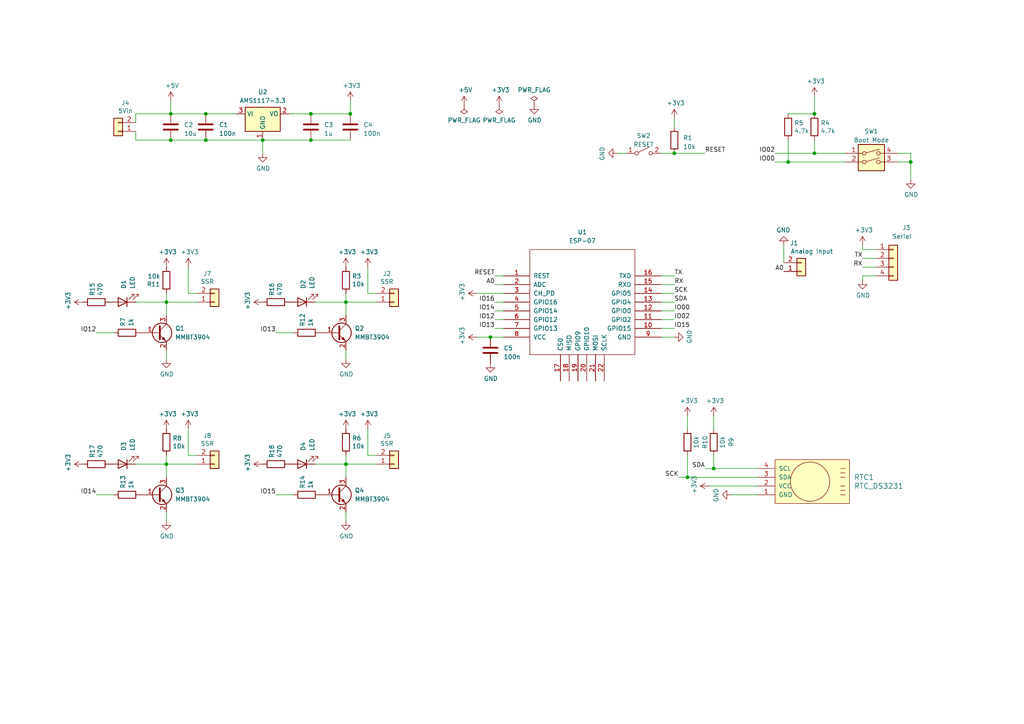
<source format=kicad_sch>
(kicad_sch (version 20231120) (generator "eeschema") (generator_version "8.0")
  (paper "A4")
  (lib_symbols
    (symbol "Connector_Generic:Conn_01x02" (pin_names (offset 1.016) hide)
      (property "Reference" "J" (at 0 2.54 0))
      (property "Value" "Conn_01x02" (at 0 -5.08 0))
      (symbol "Conn_01x02_1_1"
        (rectangle (start -1.27 -2.413) (end 0 -2.667) (stroke (width 0.1524)))
        (rectangle (start -1.27 0.127) (end 0 -0.127) (stroke (width 0.1524)))
        (rectangle (start -1.27 1.27) (end 1.27 -3.81) (stroke (width 0.254)) (fill (type background)))
        (pin passive line (at -5.08 0 0) (length 3.81) (name "Pin_1") (number "1"))
        (pin passive line (at -5.08 -2.54 0) (length 3.81) (name "Pin_2") (number "2"))
      )
    )
    (symbol "Connector_Generic:Conn_01x04" (pin_names (offset 1.016) hide)
      (property "Reference" "J" (at 0 5.08 0))
      (property "Value" "Conn_01x04" (at 0 -7.62 0))
      (symbol "Conn_01x04_1_1"
        (rectangle (start -1.27 -4.953) (end 0 -5.207) (stroke (width 0.1524)))
        (rectangle (start -1.27 -2.413) (end 0 -2.667) (stroke (width 0.1524)))
        (rectangle (start -1.27 0.127) (end 0 -0.127) (stroke (width 0.1524)))
        (rectangle (start -1.27 2.667) (end 0 2.413) (stroke (width 0.1524)))
        (rectangle (start -1.27 3.81) (end 1.27 -6.35) (stroke (width 0.254)) (fill (type background)))
        (pin passive line (at -5.08 2.54 0) (length 3.81) (name "Pin_1") (number "1"))
        (pin passive line (at -5.08 0 0) (length 3.81) (name "Pin_2") (number "2"))
        (pin passive line (at -5.08 -2.54 0) (length 3.81) (name "Pin_3") (number "3"))
        (pin passive line (at -5.08 -5.08 0) (length 3.81) (name "Pin_4") (number "4"))
      )
    )
    (symbol "Device:C" (pin_numbers hide) (pin_names (offset 0.254))
      (property "Reference" "C" (at 0.635 2.54 0))
      (property "Value" "C" (at 0.635 -2.54 0))
      (symbol "C_0_1"
        (polyline (pts (xy -2.032 -0.762) (xy 2.032 -0.762)) (stroke (width 0.508)))
        (polyline (pts (xy -2.032 0.762) (xy 2.032 0.762)) (stroke (width 0.508)))
      )
      (symbol "C_1_1"
        (pin passive line (at 0 3.81 270) (length 2.794) (name "~") (number "1"))
        (pin passive line (at 0 -3.81 90) (length 2.794) (name "~") (number "2"))
      )
    )
    (symbol "Device:LED" (pin_numbers hide) (pin_names (offset 1.016) hide)
      (property "Reference" "D" (at 0 2.54 0))
      (property "Value" "LED" (at 0 -2.54 0))
      (symbol "LED_0_1"
        (polyline (pts (xy -1.27 -1.27) (xy -1.27 1.27)) (stroke (width 0.254)))
        (polyline (pts (xy -1.27 0) (xy 1.27 0)))
        (polyline (pts (xy 1.27 -1.27) (xy 1.27 1.27) (xy -1.27 0) (xy 1.27 -1.27)) (stroke (width 0.254)))
        (polyline (pts (xy -3.048 -0.762) (xy -4.572 -2.286) (xy -3.81 -2.286) (xy -4.572 -2.286) (xy -4.572 -1.524)))
        (polyline (pts (xy -1.778 -0.762) (xy -3.302 -2.286) (xy -2.54 -2.286) (xy -3.302 -2.286) (xy -3.302 -1.524)))
      )
      (symbol "LED_1_1"
        (pin passive line (at -3.81 0 0) (length 2.54) (name "K") (number "1"))
        (pin passive line (at 3.81 0 180) (length 2.54) (name "A") (number "2"))
      )
    )
    (symbol "Device:R" (pin_numbers hide) (pin_names (offset 0))
      (property "Reference" "R" (at 2.032 0 90))
      (property "Value" "R" (at 0 0 90))
      (symbol "R_0_1"
        (rectangle (start -1.016 -2.54) (end 1.016 2.54) (stroke (width 0.254)))
      )
      (symbol "R_1_1"
        (pin passive line (at 0 3.81 270) (length 1.27) (name "~") (number "1"))
        (pin passive line (at 0 -3.81 90) (length 1.27) (name "~") (number "2"))
      )
    )
    (symbol "ESP8266:ESP-12F" (pin_names (offset 1.016))
      (property "Reference" "U" (at 0 -2.54 0))
      (property "Value" "ESP-12F" (at 0 2.54 0))
      (symbol "ESP-12F_1_0"
        (rectangle (start -15.24 -15.24) (end 15.24 15.24))
      )
      (symbol "ESP-12F_1_1"
        (pin input line (at -22.86 7.62 0) (length 7.62) (name "REST") (number "1"))
        (pin bidirectional line (at 22.86 -7.62 180) (length 7.62) (name "GPIO15") (number "10"))
        (pin bidirectional line (at 22.86 -5.08 180) (length 7.62) (name "GPIO2") (number "11"))
        (pin bidirectional line (at 22.86 -2.54 180) (length 7.62) (name "GPIO0") (number "12"))
        (pin bidirectional line (at 22.86 0 180) (length 7.62) (name "GPIO4") (number "13"))
        (pin bidirectional line (at 22.86 2.54 180) (length 7.62) (name "GPIO5") (number "14"))
        (pin input line (at 22.86 5.08 180) (length 7.62) (name "RXD") (number "15"))
        (pin output line (at 22.86 7.62 180) (length 7.62) (name "TXD") (number "16"))
        (pin bidirectional line (at -6.35 -22.86 90) (length 7.62) (name "CS0") (number "17"))
        (pin bidirectional line (at -3.81 -22.86 90) (length 7.62) (name "MISO") (number "18"))
        (pin bidirectional line (at -1.27 -22.86 90) (length 7.62) (name "GPIO9") (number "19"))
        (pin passive line (at -22.86 5.08 0) (length 7.62) (name "ADC") (number "2"))
        (pin bidirectional line (at 1.27 -22.86 90) (length 7.62) (name "GPIO10") (number "20"))
        (pin bidirectional line (at 3.81 -22.86 90) (length 7.62) (name "MOSI") (number "21"))
        (pin bidirectional line (at 6.35 -22.86 90) (length 7.62) (name "SCLK") (number "22"))
        (pin input line (at -22.86 2.54 0) (length 7.62) (name "CH_PD") (number "3"))
        (pin bidirectional line (at -22.86 0 0) (length 7.62) (name "GPIO16") (number "4"))
        (pin bidirectional line (at -22.86 -2.54 0) (length 7.62) (name "GPIO14") (number "5"))
        (pin bidirectional line (at -22.86 -5.08 0) (length 7.62) (name "GPIO12") (number "6"))
        (pin bidirectional line (at -22.86 -7.62 0) (length 7.62) (name "GPIO13") (number "7"))
        (pin power_in line (at -22.86 -10.16 0) (length 7.62) (name "VCC") (number "8"))
        (pin power_in line (at 22.86 -10.16 180) (length 7.62) (name "GND") (number "9"))
      )
    )
    (symbol "Regulator_Linear:AMS1117-3.3"
      (property "Reference" "U" (at -3.81 3.175 0))
      (property "Value" "AMS1117-3.3" (at 0 3.175 0))
      (symbol "AMS1117-3.3_0_1"
        (rectangle (start -5.08 -5.08) (end 5.08 1.905) (stroke (width 0.254)) (fill (type background)))
      )
      (symbol "AMS1117-3.3_1_1"
        (pin power_in line (at 0 -7.62 90) (length 2.54) (name "GND") (number "1"))
        (pin power_out line (at 7.62 0 180) (length 2.54) (name "VO") (number "2"))
        (pin power_in line (at -7.62 0 0) (length 2.54) (name "VI") (number "3"))
      )
    )
    (symbol "Switch:SW_DIP_x02" (pin_names (offset 0) hide)
      (property "Reference" "SW" (at 0 6.35 0))
      (property "Value" "SW_DIP_x02" (at 0 -3.81 0))
      (symbol "SW_DIP_x02_0_0"
        (circle (center -2.032 0) (radius 0.508))
        (circle (center -2.032 2.54) (radius 0.508))
        (polyline (pts (xy -1.524 0.127) (xy 2.3622 1.1684)))
        (polyline (pts (xy -1.524 2.667) (xy 2.3622 3.7084)))
        (circle (center 2.032 0) (radius 0.508))
        (circle (center 2.032 2.54) (radius 0.508))
      )
      (symbol "SW_DIP_x02_0_1"
        (rectangle (start -3.81 5.08) (end 3.81 -2.54) (stroke (width 0.254)) (fill (type background)))
      )
      (symbol "SW_DIP_x02_1_1"
        (pin passive line (at -7.62 2.54 0) (length 5.08) (name "~") (number "1"))
        (pin passive line (at -7.62 0 0) (length 5.08) (name "~") (number "2"))
        (pin passive line (at 7.62 0 180) (length 5.08) (name "~") (number "3"))
        (pin passive line (at 7.62 2.54 180) (length 5.08) (name "~") (number "4"))
      )
    )
    (symbol "Switch:SW_SPST" (pin_names (offset 0) hide)
      (property "Reference" "SW" (at 0 3.175 0))
      (property "Value" "SW_SPST" (at 0 -2.54 0))
      (symbol "SW_SPST_0_0"
        (circle (center -2.032 0) (radius 0.508))
        (polyline (pts (xy -1.524 0.254) (xy 1.524 1.778)))
        (circle (center 2.032 0) (radius 0.508))
      )
      (symbol "SW_SPST_1_1"
        (pin passive line (at -5.08 0 0) (length 2.54) (name "A") (number "1"))
        (pin passive line (at 5.08 0 180) (length 2.54) (name "B") (number "2"))
      )
    )
    (symbol "Transistor_BJT:MMBT3904" (pin_names (offset 0) hide)
      (property "Reference" "Q" (at 5.08 1.905 0))
      (property "Value" "MMBT3904" (at 5.08 0 0))
      (symbol "MMBT3904_0_1"
        (polyline (pts (xy 0.635 0.635) (xy 2.54 2.54)))
        (polyline (pts (xy 0.635 -0.635) (xy 2.54 -2.54) (xy 2.54 -2.54)))
        (polyline (pts (xy 0.635 1.905) (xy 0.635 -1.905) (xy 0.635 -1.905)) (stroke (width 0.508)))
        (polyline (pts (xy 1.27 -1.778) (xy 1.778 -1.27) (xy 2.286 -2.286) (xy 1.27 -1.778) (xy 1.27 -1.778)) (fill (type outline)))
        (circle (center 1.27 0) (radius 2.8194) (stroke (width 0.254)))
      )
      (symbol "MMBT3904_1_1"
        (pin input line (at -5.08 0 0) (length 5.715) (name "B") (number "1"))
        (pin passive line (at 2.54 -5.08 90) (length 2.54) (name "E") (number "2"))
        (pin passive line (at 2.54 5.08 270) (length 2.54) (name "C") (number "3"))
      )
    )
    (symbol "megasaturnv_custom_components:RTC_DS3231" (pin_names (offset 1.016))
      (property "Reference" "RTC" (at 0 -6.35 0))
      (property "Value" "RTC_DS3231" (at 0 8.89 0))
      (symbol "RTC_DS3231_0_1"
        (rectangle (start -11.43 7.62) (end 10.16 -5.08) (fill (type background)))
        (polyline (pts (xy -10.16 -2.54) (xy -8.89 -2.54)))
        (polyline (pts (xy -10.16 -1.27) (xy -8.89 -1.27)))
        (polyline (pts (xy -10.16 0) (xy -8.89 0)))
        (polyline (pts (xy -10.16 2.54) (xy -8.89 2.54)))
        (polyline (pts (xy -10.16 3.81) (xy -8.89 3.81)))
        (polyline (pts (xy -10.16 5.08) (xy -8.89 5.08)))
        (circle (center 0 1.27) (radius 5.6896))
      )
      (symbol "RTC_DS3231_1_1"
        (pin power_in line (at 15.24 5.08 180) (length 5.08) (name "GND") (number "1"))
        (pin power_in line (at 15.24 2.54 180) (length 5.08) (name "VCC") (number "2"))
        (pin bidirectional line (at 15.24 0 180) (length 5.08) (name "SDA") (number "3"))
        (pin input line (at 15.24 -2.54 180) (length 5.08) (name "SCL") (number "4"))
      )
    )
    (symbol "power:+3V3" (power) (pin_names (offset 0))
      (property "Value" "+3V3" (at 0 3.556 0))
      (symbol "+3V3_0_1"
        (polyline (pts (xy -0.762 1.27) (xy 0 2.54)))
        (polyline (pts (xy 0 0) (xy 0 2.54)))
        (polyline (pts (xy 0 2.54) (xy 0.762 1.27)))
      )
      (symbol "+3V3_1_1"
        (pin power_in line (at 0 0 90) (length 0) hide (name "+3V3") (number "1"))
      )
    )
    (symbol "power:+5V" (power) (pin_names (offset 0))
      (property "Value" "+5V" (at 0 3.556 0))
      (symbol "+5V_0_1"
        (polyline (pts (xy -0.762 1.27) (xy 0 2.54)))
        (polyline (pts (xy 0 0) (xy 0 2.54)))
        (polyline (pts (xy 0 2.54) (xy 0.762 1.27)))
      )
      (symbol "+5V_1_1"
        (pin power_in line (at 0 0 90) (length 0) hide (name "+5V") (number "1"))
      )
    )
    (symbol "power:GND" (power) (pin_names (offset 0))
      (property "Value" "GND" (at 0 -3.81 0))
      (symbol "GND_0_1"
        (polyline (pts (xy 0 0) (xy 0 -1.27) (xy 1.27 -1.27) (xy 0 -2.54) (xy -1.27 -1.27) (xy 0 -1.27)))
      )
      (symbol "GND_1_1"
        (pin power_in line (at 0 0 270) (length 0) hide (name "GND") (number "1"))
      )
    )
    (symbol "power:PWR_FLAG" (power) (pin_numbers hide) (pin_names (offset 0) hide)
      (property "Value" "PWR_FLAG" (at 0 3.81 0))
      (symbol "PWR_FLAG_0_0"
        (pin power_out line (at 0 0 90) (length 0) (name "pwr") (number "1"))
      )
      (symbol "PWR_FLAG_0_1"
        (polyline (pts (xy 0 0) (xy 0 1.27) (xy -1.016 1.905) (xy 0 2.54) (xy 1.016 1.905) (xy 0 1.27)))
      )
    )
  )
  (junction (at 264.16 46.99))
  (junction (at 49.53 33.02))
  (junction (at 100.33 87.63))
  (junction (at 236.22 33.02))
  (junction (at 199.39 138.43))
  (junction (at 228.6 46.99))
  (junction (at 207.01 135.89))
  (junction (at 48.26 134.62))
  (junction (at 101.6 33.02))
  (junction (at 195.58 44.45))
  (junction (at 49.53 40.64))
  (junction (at 100.33 134.62))
  (junction (at 142.24 97.79))
  (junction (at 90.17 40.64))
  (junction (at 90.17 33.02))
  (junction (at 236.22 44.45))
  (junction (at 59.69 40.64))
  (junction (at 76.2 40.64))
  (junction (at 48.26 87.63))
  (junction (at 59.69 33.02))
  (wire (pts (xy 250.19 77.47) (xy 254 77.47)))
  (wire (pts (xy 245.11 44.45) (xy 236.22 44.45)))
  (wire (pts (xy 48.26 132.08) (xy 48.26 134.62)))
  (wire (pts (xy 100.33 134.62) (xy 100.33 138.43)))
  (wire (pts (xy 205.74 140.97) (xy 219.71 140.97)))
  (wire (pts (xy 143.51 87.63) (xy 146.05 87.63)))
  (wire (pts (xy 54.61 77.47) (xy 54.61 85.09)))
  (wire (pts (xy 90.17 33.02) (xy 101.6 33.02)))
  (wire (pts (xy 106.68 77.47) (xy 106.68 85.09)))
  (wire (pts (xy 196.85 138.43) (xy 199.39 138.43)))
  (wire (pts (xy 100.33 132.08) (xy 100.33 134.62)))
  (wire (pts (xy 236.22 44.45) (xy 236.22 40.64)))
  (wire (pts (xy 264.16 46.99) (xy 264.16 52.07)))
  (wire (pts (xy 191.77 97.79) (xy 195.58 97.79)))
  (wire (pts (xy 39.37 87.63) (xy 48.26 87.63)))
  (wire (pts (xy 191.77 80.01) (xy 195.58 80.01)))
  (wire (pts (xy 207.01 132.08) (xy 207.01 135.89)))
  (wire (pts (xy 245.11 46.99) (xy 228.6 46.99)))
  (wire (pts (xy 48.26 85.09) (xy 48.26 87.63)))
  (wire (pts (xy 54.61 132.08) (xy 57.15 132.08)))
  (wire (pts (xy 228.6 33.02) (xy 236.22 33.02)))
  (wire (pts (xy 254 80.01) (xy 250.19 80.01)))
  (wire (pts (xy 236.22 27.94) (xy 236.22 33.02)))
  (wire (pts (xy 83.82 33.02) (xy 90.17 33.02)))
  (wire (pts (xy 143.51 90.17) (xy 146.05 90.17)))
  (wire (pts (xy 250.19 74.93) (xy 254 74.93)))
  (wire (pts (xy 250.19 72.39) (xy 250.19 71.12)))
  (wire (pts (xy 264.16 44.45) (xy 264.16 46.99)))
  (wire (pts (xy 59.69 33.02) (xy 68.58 33.02)))
  (wire (pts (xy 91.44 87.63) (xy 100.33 87.63)))
  (wire (pts (xy 191.77 44.45) (xy 195.58 44.45)))
  (wire (pts (xy 207.01 120.65) (xy 207.01 124.46)))
  (wire (pts (xy 106.68 124.46) (xy 106.68 132.08)))
  (wire (pts (xy 27.94 143.51) (xy 33.02 143.51)))
  (wire (pts (xy 100.33 104.14) (xy 100.33 101.6)))
  (wire (pts (xy 191.77 85.09) (xy 195.58 85.09)))
  (wire (pts (xy 49.53 40.64) (xy 59.69 40.64)))
  (wire (pts (xy 49.53 40.64) (xy 39.37 40.64)))
  (wire (pts (xy 39.37 134.62) (xy 48.26 134.62)))
  (wire (pts (xy 109.22 134.62) (xy 100.33 134.62)))
  (wire (pts (xy 143.51 92.71) (xy 146.05 92.71)))
  (wire (pts (xy 27.94 96.52) (xy 33.02 96.52)))
  (wire (pts (xy 48.26 134.62) (xy 48.26 138.43)))
  (wire (pts (xy 48.26 87.63) (xy 48.26 91.44)))
  (wire (pts (xy 54.61 85.09) (xy 57.15 85.09)))
  (wire (pts (xy 90.17 40.64) (xy 101.6 40.64)))
  (wire (pts (xy 100.33 85.09) (xy 100.33 87.63)))
  (wire (pts (xy 143.51 82.55) (xy 146.05 82.55)))
  (wire (pts (xy 195.58 34.29) (xy 195.58 36.83)))
  (wire (pts (xy 254 72.39) (xy 250.19 72.39)))
  (wire (pts (xy 191.77 92.71) (xy 195.58 92.71)))
  (wire (pts (xy 204.47 135.89) (xy 207.01 135.89)))
  (wire (pts (xy 191.77 87.63) (xy 195.58 87.63)))
  (wire (pts (xy 191.77 82.55) (xy 195.58 82.55)))
  (wire (pts (xy 76.2 40.64) (xy 90.17 40.64)))
  (wire (pts (xy 48.26 151.13) (xy 48.26 148.59)))
  (wire (pts (xy 191.77 95.25) (xy 195.58 95.25)))
  (wire (pts (xy 59.69 40.64) (xy 76.2 40.64)))
  (wire (pts (xy 76.2 40.64) (xy 76.2 44.45)))
  (wire (pts (xy 199.39 120.65) (xy 199.39 124.46)))
  (wire (pts (xy 91.44 134.62) (xy 100.33 134.62)))
  (wire (pts (xy 109.22 87.63) (xy 100.33 87.63)))
  (wire (pts (xy 138.43 97.79) (xy 142.24 97.79)))
  (wire (pts (xy 54.61 124.46) (xy 54.61 132.08)))
  (wire (pts (xy 100.33 151.13) (xy 100.33 148.59)))
  (wire (pts (xy 212.09 143.51) (xy 219.71 143.51)))
  (wire (pts (xy 143.51 80.01) (xy 146.05 80.01)))
  (wire (pts (xy 106.68 132.08) (xy 109.22 132.08)))
  (wire (pts (xy 106.68 85.09) (xy 109.22 85.09)))
  (wire (pts (xy 49.53 33.02) (xy 39.37 33.02)))
  (wire (pts (xy 80.01 96.52) (xy 85.09 96.52)))
  (wire (pts (xy 199.39 138.43) (xy 219.71 138.43)))
  (wire (pts (xy 179.07 44.45) (xy 181.61 44.45)))
  (wire (pts (xy 100.33 87.63) (xy 100.33 91.44)))
  (wire (pts (xy 207.01 135.89) (xy 219.71 135.89)))
  (wire (pts (xy 80.01 143.51) (xy 85.09 143.51)))
  (wire (pts (xy 138.43 85.09) (xy 146.05 85.09)))
  (wire (pts (xy 48.26 104.14) (xy 48.26 101.6)))
  (wire (pts (xy 143.51 95.25) (xy 146.05 95.25)))
  (wire (pts (xy 191.77 90.17) (xy 195.58 90.17)))
  (wire (pts (xy 39.37 38.1) (xy 39.37 40.64)))
  (wire (pts (xy 228.6 46.99) (xy 228.6 40.64)))
  (wire (pts (xy 199.39 138.43) (xy 199.39 132.08)))
  (wire (pts (xy 227.33 71.12) (xy 227.33 76.2)))
  (wire (pts (xy 260.35 46.99) (xy 264.16 46.99)))
  (wire (pts (xy 250.19 80.01) (xy 250.19 81.28)))
  (wire (pts (xy 49.53 29.21) (xy 49.53 33.02)))
  (wire (pts (xy 195.58 44.45) (xy 204.47 44.45)))
  (wire (pts (xy 57.15 134.62) (xy 48.26 134.62)))
  (wire (pts (xy 142.24 97.79) (xy 146.05 97.79)))
  (wire (pts (xy 224.79 44.45) (xy 236.22 44.45)))
  (wire (pts (xy 57.15 87.63) (xy 48.26 87.63)))
  (wire (pts (xy 101.6 29.21) (xy 101.6 33.02)))
  (wire (pts (xy 39.37 33.02) (xy 39.37 35.56)))
  (wire (pts (xy 49.53 33.02) (xy 59.69 33.02)))
  (wire (pts (xy 224.79 46.99) (xy 228.6 46.99)))
  (wire (pts (xy 260.35 44.45) (xy 264.16 44.45)))
  (label "IO14" (at 143.51 90.17 180))
  (label "IO15" (at 195.58 95.25 0))
  (label "SCK" (at 195.58 85.09 0))
  (label "SDA" (at 204.47 135.89 180))
  (label "RESET" (at 204.47 44.45 0))
  (label "IO02" (at 224.79 44.45 180))
  (label "IO00" (at 224.79 46.99 180))
  (label "A0" (at 143.51 82.55 180))
  (label "RESET" (at 143.51 80.01 180))
  (label "SDA" (at 195.58 87.63 0))
  (label "RX" (at 195.58 82.55 0))
  (label "A0" (at 227.33 78.74 180))
  (label "RX" (at 250.19 77.47 180))
  (label "IO16" (at 143.51 87.63 180))
  (label "IO15" (at 80.01 143.51 180))
  (label "IO12" (at 143.51 92.71 180))
  (label "IO02" (at 195.58 92.71 0))
  (label "IO12" (at 27.94 96.52 180))
  (label "IO13" (at 143.51 95.25 180))
  (label "TX" (at 250.19 74.93 180))
  (label "IO00" (at 195.58 90.17 0))
  (label "IO14" (at 27.94 143.51 180))
  (label "TX" (at 195.58 80.01 0))
  (label "IO13" (at 80.01 96.52 180))
  (label "SCK" (at 196.85 138.43 180))
  (symbol (lib_id "power:+3V3") (at 138.43 97.79 90) (unit 1)
    (property "Reference" "#PWR012" (effects (hide yes)))
    (property "Value" "+3V3" (at 134.0358 97.409 0))
  )
  (symbol (lib_id "Device:C") (at 59.69 36.83 0) (unit 1)
    (property "Reference" "C1" (at 63.5 36.195 0) (effects (justify left)))
    (property "Value" "100n" (at 63.5 38.735 0) (effects (justify left)))
    (property "Footprint" "Capacitor_SMD:C_1206_3216Metric_Pad1.33x1.80mm_HandSolder" (effects (hide yes)))
  )
  (symbol (lib_id "power:GND") (at 250.19 81.28 0) (unit 1)
    (property "Reference" "#PWR016" (effects (hide yes)))
    (property "Value" "GND" (at 250.317 85.6742 0))
  )
  (symbol (lib_id "power:+3V3") (at 48.26 124.46 0) (unit 1)
    (property "Reference" "#PWR023" (effects (hide yes)))
    (property "Value" "+3V3" (at 48.641 120.0658 0))
  )
  (symbol (lib_id "Connector_Generic:Conn_01x02") (at 114.3 87.63 0) (mirror x) (unit 1)
    (property "Reference" "J2" (at 112.2172 79.375 0))
    (property "Value" "SSR" (at 112.2172 81.6864 0))
    (property "Footprint" "Connector_JST:JST_XH_B2B-XH-A_1x02_P2.50mm_Vertical" (effects (hide yes)))
  )
  (symbol (lib_id "Switch:SW_SPST") (at 186.69 44.45 0) (unit 1)
    (property "Reference" "SW2" (at 186.69 39.37 0))
    (property "Value" "RESET" (at 186.69 41.91 0))
    (property "Footprint" "Button_Switch_SMD:SW_SPST_FSMSM" (effects (hide yes)))
  )
  (symbol (lib_id "Connector_Generic:Conn_01x02") (at 62.23 134.62 0) (mirror x) (unit 1)
    (property "Reference" "J8" (at 60.1472 126.365 0))
    (property "Value" "SSR" (at 60.1472 128.6764 0))
    (property "Footprint" "Connector_JST:JST_XH_B2B-XH-A_1x02_P2.50mm_Vertical" (effects (hide yes)))
  )
  (symbol (lib_id "power:+3V3") (at 138.43 85.09 90) (unit 1)
    (property "Reference" "#PWR011" (effects (hide yes)))
    (property "Value" "+3V3" (at 134.0358 84.709 0))
  )
  (symbol (lib_id "power:+5V") (at 134.62 30.48 0) (unit 1)
    (property "Reference" "#PWR01" (effects (hide yes)))
    (property "Value" "+5V" (at 135.001 26.0858 0))
  )
  (symbol (lib_id "power:GND") (at 100.33 104.14 0) (unit 1)
    (property "Reference" "#PWR025" (effects (hide yes)))
    (property "Value" "GND" (at 100.457 108.5342 0))
  )
  (symbol (lib_id "Device:R") (at 195.58 40.64 0) (unit 1)
    (property "Reference" "R1" (at 198.12 40.005 0) (effects (justify left)))
    (property "Value" "10k" (at 198.12 42.545 0) (effects (justify left)))
    (property "Footprint" "Resistor_SMD:R_1206_3216Metric_Pad1.30x1.75mm_HandSolder" (effects (hide yes)))
  )
  (symbol (lib_id "power:PWR_FLAG") (at 144.78 30.48 180) (unit 1)
    (property "Reference" "#FLG02" (effects (hide yes)))
    (property "Value" "PWR_FLAG" (at 144.78 34.8742 0))
  )
  (symbol (lib_id "power:GND") (at 48.26 104.14 0) (unit 1)
    (property "Reference" "#PWR024" (effects (hide yes)))
    (property "Value" "GND" (at 48.387 108.5342 0))
  )
  (symbol (lib_id "power:GND") (at 179.07 44.45 270) (unit 1)
    (property "Reference" "#PWR08" (effects (hide yes)))
    (property "Value" "GND" (at 174.6758 44.577 0))
  )
  (symbol (lib_id "Connector_Generic:Conn_01x02") (at 62.23 87.63 0) (mirror x) (unit 1)
    (property "Reference" "J7" (at 60.1472 79.375 0))
    (property "Value" "SSR" (at 60.1472 81.6864 0))
    (property "Footprint" "Connector_JST:JST_XH_B2B-XH-A_1x02_P2.50mm_Vertical" (effects (hide yes)))
  )
  (symbol (lib_id "power:+3V3") (at 236.22 27.94 0) (unit 1)
    (property "Reference" "#PWR013" (effects (hide yes)))
    (property "Value" "+3V3" (at 236.601 23.5458 0))
  )
  (symbol (lib_id "Switch:SW_DIP_x02") (at 252.73 46.99 0) (unit 1)
    (property "Reference" "SW1" (at 252.73 38.1 0))
    (property "Value" "Boot Mode" (at 252.73 40.64 0))
    (property "Footprint" "Button_Switch_THT:SW_DIP_SPSTx02_Slide_9.78x7.26mm_W7.62mm_P2.54mm" (effects (hide yes)))
  )
  (symbol (lib_id "power:+3V3") (at 207.01 120.65 0) (unit 1)
    (property "Reference" "#PWR032" (effects (hide yes)))
    (property "Value" "+3V3" (at 207.391 116.2558 0))
  )
  (symbol (lib_id "Transistor_BJT:MMBT3904") (at 45.72 143.51 0) (unit 1)
    (property "Reference" "Q3" (at 50.8 142.2399 0) (effects (justify left)))
    (property "Value" "MMBT3904" (at 50.8 144.7799 0) (effects (justify left)))
    (property "Footprint" "Package_TO_SOT_SMD:SOT-23" (effects (hide yes)))
    (property "Datasheet" "https://www.onsemi.com/pdf/datasheet/pzt3904-d.pdf" (effects (hide yes)))
    (property "Description" "0.2A Ic, 40V Vce, Small Signal NPN Transistor, SOT-23" (effects (hide yes)))
  )
  (symbol (lib_id "Device:C") (at 90.17 36.83 0) (unit 1)
    (property "Reference" "C3" (at 93.98 36.195 0) (effects (justify left)))
    (property "Value" "1u" (at 93.98 38.735 0) (effects (justify left)))
    (property "Footprint" "Capacitor_SMD:C_1206_3216Metric_Pad1.33x1.80mm_HandSolder" (effects (hide yes)))
  )
  (symbol (lib_id "Device:R") (at 199.39 128.27 180) (unit 1)
    (property "Reference" "R10" (at 204.47 128.27 90))
    (property "Value" "10k" (at 201.93 128.27 90))
    (property "Footprint" "Resistor_SMD:R_1206_3216Metric_Pad1.30x1.75mm_HandSolder" (effects (hide yes)))
  )
  (symbol (lib_id "power:+3V3") (at 101.6 29.21 0) (unit 1)
    (property "Reference" "#PWR017" (effects (hide yes)))
    (property "Value" "+3V3" (at 101.981 24.8158 0))
  )
  (symbol (lib_id "power:GND") (at 100.33 151.13 0) (unit 1)
    (property "Reference" "#PWR031" (effects (hide yes)))
    (property "Value" "GND" (at 100.457 155.5242 0))
  )
  (symbol (lib_id "power:GND") (at 195.58 97.79 90) (unit 1)
    (property "Reference" "#PWR018" (effects (hide yes)))
    (property "Value" "GND" (at 199.9742 97.663 0))
  )
  (symbol (lib_id "Device:R") (at 228.6 36.83 0) (unit 1)
    (property "Reference" "R5" (at 230.378 35.6616 0) (effects (justify left)))
    (property "Value" "4.7k" (at 230.378 37.973 0) (effects (justify left)))
    (property "Footprint" "Resistor_SMD:R_1206_3216Metric_Pad1.30x1.75mm_HandSolder" (effects (hide yes)))
  )
  (symbol (lib_id "Device:R") (at 100.33 81.28 0) (unit 1)
    (property "Reference" "R3" (at 102.108 80.1116 0) (effects (justify left)))
    (property "Value" "10k" (at 102.108 82.423 0) (effects (justify left)))
    (property "Footprint" "Resistor_SMD:R_1206_3216Metric_Pad1.30x1.75mm_HandSolder" (effects (hide yes)))
  )
  (symbol (lib_id "Transistor_BJT:MMBT3904") (at 97.79 96.52 0) (unit 1)
    (property "Reference" "Q2" (at 102.87 95.2499 0) (effects (justify left)))
    (property "Value" "MMBT3904" (at 102.87 97.7899 0) (effects (justify left)))
    (property "Footprint" "Package_TO_SOT_SMD:SOT-23" (effects (hide yes)))
    (property "Datasheet" "https://www.onsemi.com/pdf/datasheet/pzt3904-d.pdf" (effects (hide yes)))
    (property "Description" "0.2A Ic, 40V Vce, Small Signal NPN Transistor, SOT-23" (effects (hide yes)))
  )
  (symbol (lib_id "power:+3V3") (at 48.26 77.47 0) (unit 1)
    (property "Reference" "#PWR022" (effects (hide yes)))
    (property "Value" "+3V3" (at 48.641 73.0758 0))
  )
  (symbol (lib_id "Device:R") (at 36.83 96.52 90) (unit 1)
    (property "Reference" "R7" (at 35.6616 94.742 0) (effects (justify left)))
    (property "Value" "1k" (at 37.973 94.742 0) (effects (justify left)))
    (property "Footprint" "Resistor_SMD:R_1206_3216Metric_Pad1.30x1.75mm_HandSolder" (effects (hide yes)))
  )
  (symbol (lib_id "power:GND") (at 154.94 30.48 0) (unit 1)
    (property "Reference" "#PWR03" (effects (hide yes)))
    (property "Value" "GND" (at 155.067 34.8742 0))
  )
  (symbol (lib_id "Transistor_BJT:MMBT3904") (at 45.72 96.52 0) (unit 1)
    (property "Reference" "Q1" (at 50.8 95.2499 0) (effects (justify left)))
    (property "Value" "MMBT3904" (at 50.8 97.7899 0) (effects (justify left)))
    (property "Footprint" "Package_TO_SOT_SMD:SOT-23" (effects (hide yes)))
    (property "Datasheet" "https://www.onsemi.com/pdf/datasheet/pzt3904-d.pdf" (effects (hide yes)))
    (property "Description" "0.2A Ic, 40V Vce, Small Signal NPN Transistor, SOT-23" (effects (hide yes)))
  )
  (symbol (lib_id "Device:R") (at 80.01 134.62 90) (unit 1)
    (property "Reference" "R18" (at 78.8416 132.842 0) (effects (justify left)))
    (property "Value" "470" (at 81.153 132.842 0) (effects (justify left)))
    (property "Footprint" "Resistor_SMD:R_1206_3216Metric_Pad1.30x1.75mm_HandSolder" (effects (hide yes)))
  )
  (symbol (lib_id "power:GND") (at 264.16 52.07 0) (unit 1)
    (property "Reference" "#PWR014" (effects (hide yes)))
    (property "Value" "GND" (at 264.287 56.4642 0))
  )
  (symbol (lib_id "Device:R") (at 27.94 134.62 90) (unit 1)
    (property "Reference" "R17" (at 26.7716 132.842 0) (effects (justify left)))
    (property "Value" "470" (at 29.083 132.842 0) (effects (justify left)))
    (property "Footprint" "Resistor_SMD:R_1206_3216Metric_Pad1.30x1.75mm_HandSolder" (effects (hide yes)))
  )
  (symbol (lib_id "Device:R") (at 36.83 143.51 90) (unit 1)
    (property "Reference" "R13" (at 35.6616 141.732 0) (effects (justify left)))
    (property "Value" "1k" (at 37.973 141.732 0) (effects (justify left)))
    (property "Footprint" "Resistor_SMD:R_1206_3216Metric_Pad1.30x1.75mm_HandSolder" (effects (hide yes)))
  )
  (symbol (lib_id "power:+3V3") (at 76.2 87.63 90) (unit 1)
    (property "Reference" "#PWR036" (effects (hide yes)))
    (property "Value" "+3V3" (at 71.8058 87.249 0))
  )
  (symbol (lib_id "Device:R") (at 207.01 128.27 180) (unit 1)
    (property "Reference" "R9" (at 212.09 128.27 90))
    (property "Value" "10k" (at 209.55 128.27 90))
    (property "Footprint" "Resistor_SMD:R_1206_3216Metric_Pad1.30x1.75mm_HandSolder" (effects (hide yes)))
  )
  (symbol (lib_id "Device:R") (at 80.01 87.63 90) (unit 1)
    (property "Reference" "R16" (at 78.8416 85.852 0) (effects (justify left)))
    (property "Value" "470" (at 81.153 85.852 0) (effects (justify left)))
    (property "Footprint" "Resistor_SMD:R_1206_3216Metric_Pad1.30x1.75mm_HandSolder" (effects (hide yes)))
  )
  (symbol (lib_id "Device:C") (at 142.24 101.6 0) (unit 1)
    (property "Reference" "C5" (at 146.05 100.965 0) (effects (justify left)))
    (property "Value" "100n" (at 146.05 103.505 0) (effects (justify left)))
    (property "Footprint" "Capacitor_SMD:C_1206_3216Metric_Pad1.33x1.80mm_HandSolder" (effects (hide yes)))
  )
  (symbol (lib_id "Device:R") (at 48.26 128.27 0) (unit 1)
    (property "Reference" "R8" (at 50.038 127.1016 0) (effects (justify left)))
    (property "Value" "10k" (at 50.038 129.413 0) (effects (justify left)))
    (property "Footprint" "Resistor_SMD:R_1206_3216Metric_Pad1.30x1.75mm_HandSolder" (effects (hide yes)))
  )
  (symbol (lib_id "power:+3V3") (at 144.78 30.48 0) (unit 1)
    (property "Reference" "#PWR02" (effects (hide yes)))
    (property "Value" "+3V3" (at 145.161 26.0858 0))
  )
  (symbol (lib_id "power:GND") (at 48.26 151.13 0) (unit 1)
    (property "Reference" "#PWR029" (effects (hide yes)))
    (property "Value" "GND" (at 48.387 155.5242 0))
  )
  (symbol (lib_id "power:+3V3") (at 205.74 140.97 90) (unit 1)
    (property "Reference" "#PWR028" (effects (hide yes)))
    (property "Value" "+3V3" (at 201.3458 140.589 0))
  )
  (symbol (lib_id "Device:R") (at 88.9 96.52 90) (unit 1)
    (property "Reference" "R12" (at 87.7316 94.742 0) (effects (justify left)))
    (property "Value" "1k" (at 90.043 94.742 0) (effects (justify left)))
    (property "Footprint" "Resistor_SMD:R_1206_3216Metric_Pad1.30x1.75mm_HandSolder" (effects (hide yes)))
  )
  (symbol (lib_id "Device:R") (at 27.94 87.63 90) (unit 1)
    (property "Reference" "R15" (at 26.7716 85.852 0) (effects (justify left)))
    (property "Value" "470" (at 29.083 85.852 0) (effects (justify left)))
    (property "Footprint" "Resistor_SMD:R_1206_3216Metric_Pad1.30x1.75mm_HandSolder" (effects (hide yes)))
  )
  (symbol (lib_id "power:+3V3") (at 100.33 77.47 0) (unit 1)
    (property "Reference" "#PWR06" (effects (hide yes)))
    (property "Value" "+3V3" (at 100.711 73.0758 0))
  )
  (symbol (lib_id "power:+3V3") (at 24.13 87.63 90) (unit 1)
    (property "Reference" "#PWR035" (effects (hide yes)))
    (property "Value" "+3V3" (at 19.7358 87.249 0))
  )
  (symbol (lib_id "Transistor_BJT:MMBT3904") (at 97.79 143.51 0) (unit 1)
    (property "Reference" "Q4" (at 102.87 142.2399 0) (effects (justify left)))
    (property "Value" "MMBT3904" (at 102.87 144.7799 0) (effects (justify left)))
    (property "Footprint" "Package_TO_SOT_SMD:SOT-23" (effects (hide yes)))
    (property "Datasheet" "https://www.onsemi.com/pdf/datasheet/pzt3904-d.pdf" (effects (hide yes)))
    (property "Description" "0.2A Ic, 40V Vce, Small Signal NPN Transistor, SOT-23" (effects (hide yes)))
  )
  (symbol (lib_id "Device:R") (at 236.22 36.83 0) (unit 1)
    (property "Reference" "R4" (at 237.998 35.6616 0) (effects (justify left)))
    (property "Value" "4.7k" (at 237.998 37.973 0) (effects (justify left)))
    (property "Footprint" "Resistor_SMD:R_1206_3216Metric_Pad1.30x1.75mm_HandSolder" (effects (hide yes)))
  )
  (symbol (lib_id "power:GND") (at 212.09 143.51 270) (unit 1)
    (property "Reference" "#PWR027" (effects (hide yes)))
    (property "Value" "GND" (at 207.6958 143.637 0))
  )
  (symbol (lib_id "Connector_Generic:Conn_01x02") (at 232.41 78.74 0) (mirror x) (unit 1)
    (property "Reference" "J1" (at 230.3272 70.485 0))
    (property "Value" "Analog Input" (at 235.458 72.898 0))
    (property "Footprint" "Connector_JST:JST_XH_B2B-XH-A_1x02_P2.50mm_Vertical" (effects (hide yes)))
  )
  (symbol (lib_id "power:PWR_FLAG") (at 154.94 30.48 0) (unit 1)
    (property "Reference" "#FLG03" (effects (hide yes)))
    (property "Value" "PWR_FLAG" (at 154.94 26.0858 0))
  )
  (symbol (lib_id "Regulator_Linear:AMS1117-3.3") (at 76.2 33.02 0) (unit 1)
    (property "Reference" "U2" (at 76.2 26.67 0))
    (property "Value" "AMS1117-3.3" (at 76.2 29.21 0))
    (property "Footprint" "Package_TO_SOT_SMD:SOT-223-3_TabPin2" (effects (hide yes)))
    (property "Datasheet" "http://www.advanced-monolithic.com/pdf/ds1117.pdf" (effects (hide yes)))
  )
  (symbol (lib_id "Device:C") (at 49.53 36.83 0) (unit 1)
    (property "Reference" "C2" (at 53.34 36.195 0) (effects (justify left)))
    (property "Value" "10u" (at 53.34 38.735 0) (effects (justify left)))
    (property "Footprint" "Capacitor_SMD:C_1206_3216Metric_Pad1.33x1.80mm_HandSolder" (effects (hide yes)))
  )
  (symbol (lib_id "power:+3V3") (at 100.33 124.46 0) (unit 1)
    (property "Reference" "#PWR021" (effects (hide yes)))
    (property "Value" "+3V3" (at 100.711 120.0658 0))
  )
  (symbol (lib_id "power:+3V3") (at 106.68 124.46 0) (unit 1)
    (property "Reference" "#PWR034" (effects (hide yes)))
    (property "Value" "+3V3" (at 107.061 120.0658 0))
  )
  (symbol (lib_id "Device:LED") (at 35.56 134.62 180) (unit 1)
    (property "Reference" "D3" (at 35.8774 130.81 90) (effects (justify right)))
    (property "Value" "LED" (at 38.4174 130.81 90) (effects (justify right)))
    (property "Footprint" "LED_SMD:LED_1206_3216Metric_Pad1.42x1.75mm_HandSolder" (effects (hide yes)))
    (property "Description" "Light emitting diode" (effects (hide yes)))
  )
  (symbol (lib_id "power:+3V3") (at 199.39 120.65 0) (unit 1)
    (property "Reference" "#PWR033" (effects (hide yes)))
    (property "Value" "+3V3" (at 199.771 116.2558 0))
  )
  (symbol (lib_id "Device:LED") (at 87.63 134.62 180) (unit 1)
    (property "Reference" "D4" (at 87.9474 130.81 90) (effects (justify right)))
    (property "Value" "LED" (at 90.4874 130.81 90) (effects (justify right)))
    (property "Footprint" "LED_SMD:LED_1206_3216Metric_Pad1.42x1.75mm_HandSolder" (effects (hide yes)))
    (property "Description" "Light emitting diode" (effects (hide yes)))
  )
  (symbol (lib_id "Device:R") (at 88.9 143.51 90) (unit 1)
    (property "Reference" "R14" (at 87.7316 141.732 0) (effects (justify left)))
    (property "Value" "1k" (at 90.043 141.732 0) (effects (justify left)))
    (property "Footprint" "Resistor_SMD:R_1206_3216Metric_Pad1.30x1.75mm_HandSolder" (effects (hide yes)))
  )
  (symbol (lib_id "power:GND") (at 142.24 105.41 0) (unit 1)
    (property "Reference" "#PWR020" (effects (hide yes)))
    (property "Value" "GND" (at 142.367 109.8042 0))
  )
  (symbol (lib_id "power:+3V3") (at 54.61 77.47 0) (unit 1)
    (property "Reference" "#PWR019" (effects (hide yes)))
    (property "Value" "+3V3" (at 54.991 73.0758 0))
  )
  (symbol (lib_id "ESP8266:ESP-12F") (at 168.91 87.63 0) (unit 1)
    (property "Reference" "U1" (at 168.91 67.31 0))
    (property "Value" "ESP-07" (at 168.91 69.85 0))
    (property "Footprint" "ESP8266:ESP-07-RF_Modules" (effects (hide yes)))
    (property "Datasheet" "http://l0l.org.uk/2014/12/esp8266-modules-hardware-guide-gotta-catch-em-all/" (effects (hide yes)))
  )
  (symbol (lib_id "power:+3V3") (at 24.13 134.62 90) (unit 1)
    (property "Reference" "#PWR037" (effects (hide yes)))
    (property "Value" "+3V3" (at 19.7358 134.239 0))
  )
  (symbol (lib_id "Connector_Generic:Conn_01x02") (at 114.3 134.62 0) (mirror x) (unit 1)
    (property "Reference" "J5" (at 112.2172 126.365 0))
    (property "Value" "SSR" (at 112.2172 128.6764 0))
    (property "Footprint" "Connector_JST:JST_XH_B2B-XH-A_1x02_P2.50mm_Vertical" (effects (hide yes)))
  )
  (symbol (lib_id "power:+3V3") (at 195.58 34.29 0) (unit 1)
    (property "Reference" "#PWR07" (effects (hide yes)))
    (property "Value" "+3V3" (at 195.961 29.8958 0))
  )
  (symbol (lib_id "Device:R") (at 100.33 128.27 0) (unit 1)
    (property "Reference" "R6" (at 102.108 127.1016 0) (effects (justify left)))
    (property "Value" "10k" (at 102.108 129.413 0) (effects (justify left)))
    (property "Footprint" "Resistor_SMD:R_1206_3216Metric_Pad1.30x1.75mm_HandSolder" (effects (hide yes)))
  )
  (symbol (lib_id "Connector_Generic:Conn_01x02") (at 34.29 38.1 180) (unit 1)
    (property "Reference" "J4" (at 36.3728 29.845 0))
    (property "Value" "5Vin" (at 36.3728 32.1564 0))
    (property "Footprint" "Connector_JST:JST_XH_B2B-XH-A_1x02_P2.50mm_Vertical" (effects (hide yes)))
  )
  (symbol (lib_id "megasaturnv_custom_components:RTC_DS3231") (at 234.95 138.43 180) (unit 1)
    (property "Reference" "RTC1" (at 247.65 138.4299 0) (effects (font (size 1.524 1.524)) (justify right)))
    (property "Value" "RTC_DS3231" (at 247.65 140.9699 0) (effects (font (size 1.524 1.524)) (justify right)))
    (property "Footprint" "megasaturnv_custom_components:RTC_DS3231" (effects (hide yes)))
  )
  (symbol (lib_id "power:GND") (at 227.33 71.12 180) (unit 1)
    (property "Reference" "#PWR04" (effects (hide yes)))
    (property "Value" "GND" (at 227.203 66.7258 0))
  )
  (symbol (lib_id "power:+3V3") (at 76.2 134.62 90) (unit 1)
    (property "Reference" "#PWR038" (effects (hide yes)))
    (property "Value" "+3V3" (at 71.8058 134.239 0))
  )
  (symbol (lib_id "Device:LED") (at 87.63 87.63 180) (unit 1)
    (property "Reference" "D2" (at 87.9474 83.82 90) (effects (justify right)))
    (property "Value" "LED" (at 90.4874 83.82 90) (effects (justify right)))
    (property "Footprint" "LED_SMD:LED_1206_3216Metric_Pad1.42x1.75mm_HandSolder" (effects (hide yes)))
    (property "Description" "Light emitting diode" (effects (hide yes)))
  )
  (symbol (lib_id "power:+3V3") (at 106.68 77.47 0) (unit 1)
    (property "Reference" "#PWR026" (effects (hide yes)))
    (property "Value" "+3V3" (at 107.061 73.0758 0))
  )
  (symbol (lib_id "power:+3V3") (at 54.61 124.46 0) (unit 1)
    (property "Reference" "#PWR030" (effects (hide yes)))
    (property "Value" "+3V3" (at 54.991 120.0658 0))
  )
  (symbol (lib_id "power:PWR_FLAG") (at 134.62 30.48 180) (unit 1)
    (property "Reference" "#FLG01" (effects (hide yes)))
    (property "Value" "PWR_FLAG" (at 134.62 34.8742 0))
  )
  (symbol (lib_id "Device:LED") (at 35.56 87.63 180) (unit 1)
    (property "Reference" "D1" (at 35.8774 83.82 90) (effects (justify right)))
    (property "Value" "LED" (at 38.4174 83.82 90) (effects (justify right)))
    (property "Footprint" "LED_SMD:LED_1206_3216Metric_Pad1.42x1.75mm_HandSolder" (effects (hide yes)))
    (property "Description" "Light emitting diode" (effects (hide yes)))
  )
  (symbol (lib_id "Connector_Generic:Conn_01x04") (at 259.08 74.93 0) (unit 1)
    (property "Reference" "J3" (at 262.89 66.04 0))
    (property "Value" "Serial" (at 261.62 68.58 0))
    (property "Footprint" "Connector_JST:JST_XH_B4B-XH-A_1x04_P2.50mm_Vertical" (effects (hide yes)))
    (property "Description" "Generic connector, single row, 01x04, script generated (kicad-library-utils/schlib/autogen/connector/)" (effects (hide yes)))
  )
  (symbol (lib_id "power:GND") (at 76.2 44.45 0) (unit 1)
    (property "Reference" "#PWR09" (effects (hide yes)))
    (property "Value" "GND" (at 76.327 48.8442 0))
  )
  (symbol (lib_id "power:+3V3") (at 250.19 71.12 0) (unit 1)
    (property "Reference" "#PWR015" (effects (hide yes)))
    (property "Value" "+3V3" (at 250.571 66.7258 0))
  )
  (symbol (lib_id "power:+5V") (at 49.53 29.21 0) (unit 1)
    (property "Reference" "#PWR010" (effects (hide yes)))
    (property "Value" "+5V" (at 49.911 24.8158 0))
  )
  (symbol (lib_id "Device:R") (at 48.26 81.28 180) (unit 1)
    (property "Reference" "R11" (at 46.482 82.4484 0) (effects (justify left)))
    (property "Value" "10k" (at 46.482 80.137 0) (effects (justify left)))
    (property "Footprint" "Resistor_SMD:R_1206_3216Metric_Pad1.30x1.75mm_HandSolder" (effects (hide yes)))
  )
  (symbol (lib_id "Device:C") (at 101.6 36.83 0) (unit 1)
    (property "Reference" "C4" (at 105.41 36.195 0) (effects (justify left)))
    (property "Value" "100n" (at 105.41 38.735 0) (effects (justify left)))
    (property "Footprint" "Capacitor_SMD:C_1206_3216Metric_Pad1.33x1.80mm_HandSolder" (effects (hide yes)))
  )
)
</source>
